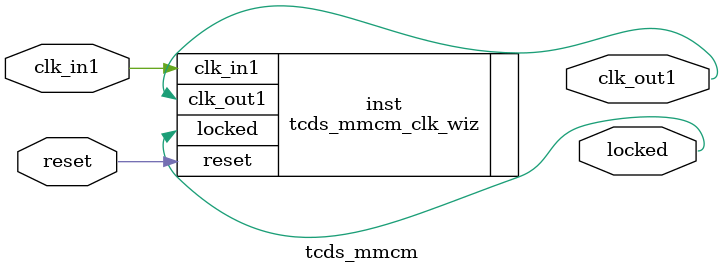
<source format=v>


`timescale 1ps/1ps

(* CORE_GENERATION_INFO = "tcds_mmcm,clk_wiz_v6_0_5_0_0,{component_name=tcds_mmcm,use_phase_alignment=false,use_min_o_jitter=false,use_max_i_jitter=false,use_dyn_phase_shift=false,use_inclk_switchover=false,use_dyn_reconfig=false,enable_axi=0,feedback_source=FDBK_AUTO,PRIMITIVE=MMCM,num_out_clk=1,clkin1_period=3.125,clkin2_period=10.0,use_power_down=false,use_reset=true,use_locked=true,use_inclk_stopped=false,feedback_type=SINGLE,CLOCK_MGR_TYPE=NA,manual_override=false}" *)

module tcds_mmcm 
 (
  // Clock out ports
  output        clk_out1,
  // Status and control signals
  input         reset,
  output        locked,
 // Clock in ports
  input         clk_in1
 );

  tcds_mmcm_clk_wiz inst
  (
  // Clock out ports  
  .clk_out1(clk_out1),
  // Status and control signals               
  .reset(reset), 
  .locked(locked),
 // Clock in ports
  .clk_in1(clk_in1)
  );

endmodule

</source>
